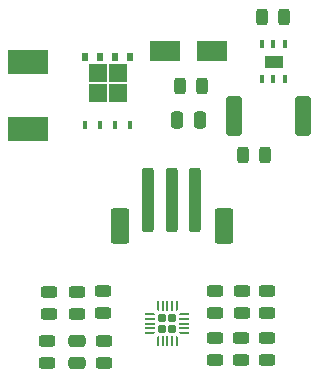
<source format=gbr>
%TF.GenerationSoftware,KiCad,Pcbnew,6.0.7-f9a2dced07~116~ubuntu22.04.1*%
%TF.CreationDate,2022-09-29T21:23:46+02:00*%
%TF.ProjectId,led_buck_3a,6c65645f-6275-4636-9b5f-33612e6b6963,rev?*%
%TF.SameCoordinates,Original*%
%TF.FileFunction,Paste,Top*%
%TF.FilePolarity,Positive*%
%FSLAX46Y46*%
G04 Gerber Fmt 4.6, Leading zero omitted, Abs format (unit mm)*
G04 Created by KiCad (PCBNEW 6.0.7-f9a2dced07~116~ubuntu22.04.1) date 2022-09-29 21:23:46*
%MOMM*%
%LPD*%
G01*
G04 APERTURE LIST*
G04 Aperture macros list*
%AMRoundRect*
0 Rectangle with rounded corners*
0 $1 Rounding radius*
0 $2 $3 $4 $5 $6 $7 $8 $9 X,Y pos of 4 corners*
0 Add a 4 corners polygon primitive as box body*
4,1,4,$2,$3,$4,$5,$6,$7,$8,$9,$2,$3,0*
0 Add four circle primitives for the rounded corners*
1,1,$1+$1,$2,$3*
1,1,$1+$1,$4,$5*
1,1,$1+$1,$6,$7*
1,1,$1+$1,$8,$9*
0 Add four rect primitives between the rounded corners*
20,1,$1+$1,$2,$3,$4,$5,0*
20,1,$1+$1,$4,$5,$6,$7,0*
20,1,$1+$1,$6,$7,$8,$9,0*
20,1,$1+$1,$8,$9,$2,$3,0*%
%AMFreePoly0*
4,1,14,0.334644,0.085355,0.385355,0.034644,0.400000,-0.000711,0.400000,-0.050000,0.385355,-0.085355,0.350000,-0.100000,-0.350000,-0.100000,-0.385355,-0.085355,-0.400000,-0.050000,-0.400000,0.050000,-0.385355,0.085355,-0.350000,0.100000,0.299289,0.100000,0.334644,0.085355,0.334644,0.085355,$1*%
%AMFreePoly1*
4,1,14,0.385355,0.085355,0.400000,0.050000,0.400000,0.000711,0.385355,-0.034644,0.334644,-0.085355,0.299289,-0.100000,-0.350000,-0.100000,-0.385355,-0.085355,-0.400000,-0.050000,-0.400000,0.050000,-0.385355,0.085355,-0.350000,0.100000,0.350000,0.100000,0.385355,0.085355,0.385355,0.085355,$1*%
%AMFreePoly2*
4,1,14,0.085355,0.385355,0.100000,0.350000,0.100000,-0.350000,0.085355,-0.385355,0.050000,-0.400000,-0.050000,-0.400000,-0.085355,-0.385355,-0.100000,-0.350000,-0.100000,0.299289,-0.085355,0.334644,-0.034644,0.385355,0.000711,0.400000,0.050000,0.400000,0.085355,0.385355,0.085355,0.385355,$1*%
%AMFreePoly3*
4,1,14,0.034644,0.385355,0.085355,0.334644,0.100000,0.299289,0.100000,-0.350000,0.085355,-0.385355,0.050000,-0.400000,-0.050000,-0.400000,-0.085355,-0.385355,-0.100000,-0.350000,-0.100000,0.350000,-0.085355,0.385355,-0.050000,0.400000,-0.000711,0.400000,0.034644,0.385355,0.034644,0.385355,$1*%
%AMFreePoly4*
4,1,14,0.385355,0.085355,0.400000,0.050000,0.400000,-0.050000,0.385355,-0.085355,0.350000,-0.100000,-0.299289,-0.100000,-0.334644,-0.085355,-0.385355,-0.034644,-0.400000,0.000711,-0.400000,0.050000,-0.385355,0.085355,-0.350000,0.100000,0.350000,0.100000,0.385355,0.085355,0.385355,0.085355,$1*%
%AMFreePoly5*
4,1,14,0.385355,0.085355,0.400000,0.050000,0.400000,-0.050000,0.385355,-0.085355,0.350000,-0.100000,-0.350000,-0.100000,-0.385355,-0.085355,-0.400000,-0.050000,-0.400000,-0.000711,-0.385355,0.034644,-0.334644,0.085355,-0.299289,0.100000,0.350000,0.100000,0.385355,0.085355,0.385355,0.085355,$1*%
%AMFreePoly6*
4,1,14,0.085355,0.385355,0.100000,0.350000,0.100000,-0.299289,0.085355,-0.334644,0.034644,-0.385355,-0.000711,-0.400000,-0.050000,-0.400000,-0.085355,-0.385355,-0.100000,-0.350000,-0.100000,0.350000,-0.085355,0.385355,-0.050000,0.400000,0.050000,0.400000,0.085355,0.385355,0.085355,0.385355,$1*%
%AMFreePoly7*
4,1,14,0.085355,0.385355,0.100000,0.350000,0.100000,-0.350000,0.085355,-0.385355,0.050000,-0.400000,0.000711,-0.400000,-0.034644,-0.385355,-0.085355,-0.334644,-0.100000,-0.299289,-0.100000,0.350000,-0.085355,0.385355,-0.050000,0.400000,0.050000,0.400000,0.085355,0.385355,0.085355,0.385355,$1*%
G04 Aperture macros list end*
%ADD10C,0.010000*%
%ADD11RoundRect,0.243750X-0.243750X-0.456250X0.243750X-0.456250X0.243750X0.456250X-0.243750X0.456250X0*%
%ADD12RoundRect,0.243750X0.456250X-0.243750X0.456250X0.243750X-0.456250X0.243750X-0.456250X-0.243750X0*%
%ADD13R,2.500000X1.800000*%
%ADD14RoundRect,0.243750X-0.456250X0.243750X-0.456250X-0.243750X0.456250X-0.243750X0.456250X0.243750X0*%
%ADD15RoundRect,0.172500X0.172500X0.172500X-0.172500X0.172500X-0.172500X-0.172500X0.172500X-0.172500X0*%
%ADD16FreePoly0,180.000000*%
%ADD17RoundRect,0.050000X0.350000X0.050000X-0.350000X0.050000X-0.350000X-0.050000X0.350000X-0.050000X0*%
%ADD18FreePoly1,180.000000*%
%ADD19FreePoly2,180.000000*%
%ADD20RoundRect,0.050000X0.050000X0.350000X-0.050000X0.350000X-0.050000X-0.350000X0.050000X-0.350000X0*%
%ADD21FreePoly3,180.000000*%
%ADD22FreePoly4,180.000000*%
%ADD23FreePoly5,180.000000*%
%ADD24FreePoly6,180.000000*%
%ADD25FreePoly7,180.000000*%
%ADD26RoundRect,0.250000X0.250000X2.500000X-0.250000X2.500000X-0.250000X-2.500000X0.250000X-2.500000X0*%
%ADD27RoundRect,0.250000X0.550000X1.250000X-0.550000X1.250000X-0.550000X-1.250000X0.550000X-1.250000X0*%
%ADD28R,0.420000X0.760000*%
%ADD29R,3.400000X2.000000*%
%ADD30RoundRect,0.250000X0.250000X0.475000X-0.250000X0.475000X-0.250000X-0.475000X0.250000X-0.475000X0*%
%ADD31RoundRect,0.250000X0.425000X1.425000X-0.425000X1.425000X-0.425000X-1.425000X0.425000X-1.425000X0*%
%ADD32RoundRect,0.243750X0.243750X0.456250X-0.243750X0.456250X-0.243750X-0.456250X0.243750X-0.456250X0*%
%ADD33R,0.500000X0.750000*%
%ADD34R,1.500000X1.500000*%
%ADD35R,0.400000X0.750000*%
%ADD36RoundRect,0.250000X-0.475000X0.250000X-0.475000X-0.250000X0.475000X-0.250000X0.475000X0.250000X0*%
G04 APERTURE END LIST*
%TO.C,U1*%
G36*
X59330000Y-38270000D02*
G01*
X57870000Y-38270000D01*
X57870000Y-37330000D01*
X59330000Y-37330000D01*
X59330000Y-38270000D01*
G37*
D10*
X59330000Y-38270000D02*
X57870000Y-38270000D01*
X57870000Y-37330000D01*
X59330000Y-37330000D01*
X59330000Y-38270000D01*
%TD*%
D11*
%TO.C,C4*%
X57662500Y-34040000D03*
X59537500Y-34040000D03*
%TD*%
D12*
%TO.C,C5*%
X58040000Y-59080000D03*
X58040000Y-57205000D03*
%TD*%
D13*
%TO.C,D1*%
X53400000Y-36900000D03*
X49400000Y-36900000D03*
%TD*%
D14*
%TO.C,D2*%
X55900000Y-61185000D03*
X55900000Y-63060000D03*
%TD*%
D12*
%TO.C,R2*%
X53670000Y-59090000D03*
X53670000Y-57215000D03*
%TD*%
D14*
%TO.C,R3*%
X44207500Y-57260000D03*
X44207500Y-59135000D03*
%TD*%
D12*
%TO.C,R4*%
X41987500Y-59155000D03*
X41987500Y-57280000D03*
%TD*%
%TO.C,R5*%
X58090000Y-63077500D03*
X58090000Y-61202500D03*
%TD*%
%TO.C,R6*%
X44287500Y-63347500D03*
X44287500Y-61472500D03*
%TD*%
D14*
%TO.C,R7*%
X39447500Y-61452500D03*
X39447500Y-63327500D03*
%TD*%
D15*
%TO.C,U2*%
X49195000Y-60415000D03*
X50045000Y-60415000D03*
X50045000Y-59565000D03*
X49195000Y-59565000D03*
D16*
X51070000Y-60790000D03*
D17*
X51070000Y-60390000D03*
X51070000Y-59990000D03*
X51070000Y-59590000D03*
D18*
X51070000Y-59190000D03*
D19*
X50420000Y-58540000D03*
D20*
X50020000Y-58540000D03*
X49620000Y-58540000D03*
X49220000Y-58540000D03*
D21*
X48820000Y-58540000D03*
D22*
X48170000Y-59190000D03*
D17*
X48170000Y-59590000D03*
X48170000Y-59990000D03*
X48170000Y-60390000D03*
D23*
X48170000Y-60790000D03*
D24*
X48820000Y-61440000D03*
D20*
X49220000Y-61440000D03*
X49620000Y-61440000D03*
X50020000Y-61440000D03*
D25*
X50420000Y-61440000D03*
%TD*%
D26*
%TO.C,J3*%
X52000000Y-49500000D03*
X50000000Y-49500000D03*
X48000000Y-49500000D03*
D27*
X54400000Y-51750000D03*
X45600000Y-51750000D03*
%TD*%
D28*
%TO.C,U1*%
X57650000Y-39285000D03*
X58600000Y-39285000D03*
X59550000Y-39285000D03*
X59550000Y-36315000D03*
X58600000Y-36315000D03*
X57650000Y-36315000D03*
%TD*%
D12*
%TO.C,C6*%
X55914000Y-59081500D03*
X55914000Y-57206500D03*
%TD*%
D29*
%TO.C,L1*%
X37800000Y-43550000D03*
X37800000Y-37850000D03*
%TD*%
D30*
%TO.C,C1*%
X52350000Y-42800000D03*
X50450000Y-42800000D03*
%TD*%
D12*
%TO.C,C7*%
X39647500Y-59162500D03*
X39647500Y-57287500D03*
%TD*%
D31*
%TO.C,R1*%
X61100000Y-42400000D03*
X55300000Y-42400000D03*
%TD*%
D32*
%TO.C,C2*%
X52537500Y-39900000D03*
X50662500Y-39900000D03*
%TD*%
D33*
%TO.C,Q1*%
X43965000Y-37395000D03*
X42695000Y-37395000D03*
D34*
X43750000Y-40500000D03*
X45450000Y-40500000D03*
D33*
X46505000Y-37395000D03*
D34*
X43750000Y-38800000D03*
D33*
X45235000Y-37395000D03*
D34*
X45450000Y-38800000D03*
D35*
X42695000Y-43200000D03*
X43965000Y-43200000D03*
X45235000Y-43200000D03*
X46505000Y-43200000D03*
%TD*%
D14*
%TO.C,R8*%
X53690000Y-61182500D03*
X53690000Y-63057500D03*
%TD*%
D11*
%TO.C,C3*%
X56025000Y-45700000D03*
X57900000Y-45700000D03*
%TD*%
D36*
%TO.C,C8*%
X41967500Y-61440000D03*
X41967500Y-63340000D03*
%TD*%
M02*

</source>
